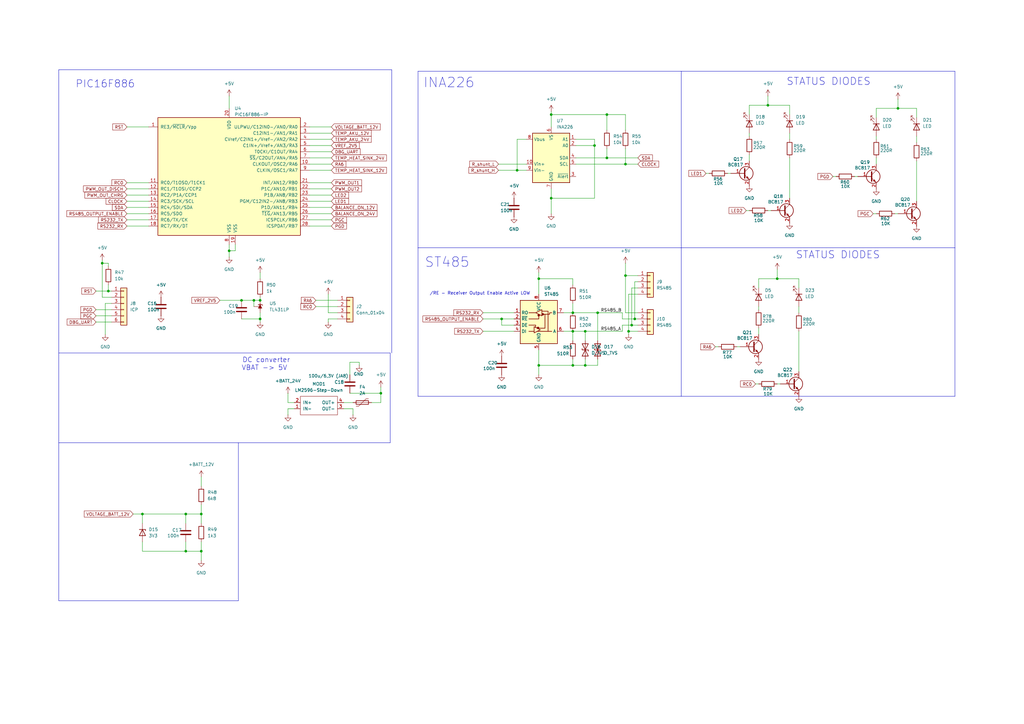
<source format=kicad_sch>
(kicad_sch (version 20231120) (generator "eeschema") (generator_version "8.0")
  (paper "A3")
  (junction (at 93.98 102.87))
  (junction (at 243.84 59.69))
  (junction (at 106.68 123.19))
  (junction (at 44.45 119.38))
  (junction (at 245.11 128.27))
  (junction (at 260.35 130.81))
  (junction (at 234.95 149.86))
  (junction (at 220.98 114.3))
  (junction (at 76.2 210.82))
  (junction (at 156.21 161.29))
  (junction (at 248.92 46.99))
  (junction (at 240.03 135.89))
  (junction (at 82.55 226.06))
  (junction (at 99.06 123.19))
  (junction (at 318.77 114.3))
  (junction (at 104.14 123.19))
  (junction (at 248.92 64.77))
  (junction (at 256.54 113.03))
  (junction (at 259.08 133.35))
  (junction (at 314.96 43.18))
  (junction (at 220.98 149.86))
  (junction (at 226.06 81.28))
  (junction (at 41.91 107.95))
  (junction (at 256.54 67.31))
  (junction (at 76.2 226.06))
  (junction (at 368.3 44.45))
  (junction (at 234.95 135.89))
  (junction (at 58.42 210.82))
  (junction (at 234.95 128.27))
  (junction (at 240.03 149.86))
  (junction (at 226.06 46.99))
  (junction (at 106.68 130.81))
  (junction (at 82.55 210.82))
  (junction (at 257.81 135.89))
  (junction (at 212.09 69.85))
  (junction (at 205.74 130.81))
  (wire (pts (xy 45.72 124.46) (xy 43.18 124.46)))
  (wire (pts (xy 212.09 57.15) (xy 212.09 69.85)))
  (wire (pts (xy 248.92 46.99) (xy 248.92 53.34)))
  (wire (pts (xy 147.32 148.59) (xy 143.51 148.59)))
  (wire (pts (xy 212.09 69.85) (xy 215.9 69.85)))
  (wire (pts (xy 306.07 86.36) (xy 307.34 86.36)))
  (wire (pts (xy 138.43 130.81) (xy 134.62 130.81)))
  (wire (pts (xy 118.11 170.18) (xy 118.11 167.64)))
  (wire (pts (xy 41.91 107.95) (xy 44.45 107.95)))
  (wire (pts (xy 127 64.77) (xy 135.89 64.77)))
  (wire (pts (xy 314.96 43.18) (xy 323.85 43.18)))
  (polyline (pts (xy 160.02 144.78) (xy 160.02 181.61)))
  (wire (pts (xy 226.06 45.72) (xy 226.06 46.99)))
  (wire (pts (xy 127 77.47) (xy 135.89 77.47)))
  (wire (pts (xy 76.2 210.82) (xy 82.55 210.82)))
  (wire (pts (xy 144.78 167.64) (xy 140.97 167.64)))
  (wire (pts (xy 368.3 40.64) (xy 368.3 44.45)))
  (wire (pts (xy 226.06 46.99) (xy 248.92 46.99)))
  (wire (pts (xy 309.88 157.48) (xy 311.15 157.48)))
  (wire (pts (xy 82.55 226.06) (xy 82.55 229.87)))
  (wire (pts (xy 255.27 133.35) (xy 255.27 135.89)))
  (wire (pts (xy 231.14 128.27) (xy 234.95 128.27)))
  (wire (pts (xy 327.66 135.89) (xy 327.66 152.4)))
  (polyline (pts (xy 160.655 28.575) (xy 160.655 144.78)))
  (wire (pts (xy 261.62 115.57) (xy 260.35 115.57)))
  (wire (pts (xy 323.85 64.77) (xy 323.85 81.28)))
  (wire (pts (xy 248.92 64.77) (xy 261.62 64.77)))
  (wire (pts (xy 76.2 210.82) (xy 76.2 214.63)))
  (wire (pts (xy 82.55 207.01) (xy 82.55 210.82)))
  (wire (pts (xy 41.91 107.95) (xy 41.91 121.92)))
  (wire (pts (xy 127 52.07) (xy 135.89 52.07)))
  (wire (pts (xy 198.12 128.27) (xy 210.82 128.27)))
  (wire (pts (xy 261.62 133.35) (xy 259.08 133.35)))
  (wire (pts (xy 257.81 137.16) (xy 257.81 135.89)))
  (wire (pts (xy 307.34 54.61) (xy 307.34 55.88)))
  (wire (pts (xy 76.2 222.25) (xy 76.2 226.06)))
  (wire (pts (xy 52.07 82.55) (xy 60.96 82.55)))
  (wire (pts (xy 204.47 69.85) (xy 212.09 69.85)))
  (polyline (pts (xy 24.13 181.61) (xy 97.79 181.61)))
  (wire (pts (xy 52.07 80.01) (xy 60.96 80.01)))
  (wire (pts (xy 127 54.61) (xy 135.89 54.61)))
  (wire (pts (xy 99.06 123.19) (xy 104.14 123.19)))
  (wire (pts (xy 106.68 121.92) (xy 106.68 123.19)))
  (wire (pts (xy 256.54 128.27) (xy 256.54 113.03)))
  (wire (pts (xy 129.54 125.73) (xy 138.43 125.73)))
  (wire (pts (xy 245.11 147.32) (xy 245.11 149.86)))
  (wire (pts (xy 96.52 102.87) (xy 96.52 100.33)))
  (wire (pts (xy 359.41 64.77) (xy 359.41 67.31)))
  (wire (pts (xy 234.95 135.89) (xy 240.03 135.89)))
  (wire (pts (xy 236.22 64.77) (xy 248.92 64.77)))
  (wire (pts (xy 156.21 165.1) (xy 156.21 161.29)))
  (wire (pts (xy 210.82 133.35) (xy 205.74 133.35)))
  (wire (pts (xy 234.95 124.46) (xy 234.95 128.27)))
  (wire (pts (xy 257.81 120.65) (xy 261.62 120.65)))
  (polyline (pts (xy 97.79 246.38) (xy 97.79 181.61)))
  (wire (pts (xy 76.2 226.06) (xy 58.42 226.06)))
  (polyline (pts (xy 279.4 162.56) (xy 391.668 162.56)))
  (wire (pts (xy 205.74 130.81) (xy 210.82 130.81)))
  (wire (pts (xy 44.45 109.22) (xy 44.45 107.95)))
  (wire (pts (xy 39.37 129.54) (xy 45.72 129.54)))
  (wire (pts (xy 104.14 125.73) (xy 104.14 123.19)))
  (wire (pts (xy 52.07 87.63) (xy 60.96 87.63)))
  (wire (pts (xy 39.37 127) (xy 45.72 127)))
  (wire (pts (xy 255.27 130.81) (xy 255.27 128.27)))
  (polyline (pts (xy 171.45 101.6) (xy 171.45 29.21)))
  (wire (pts (xy 359.41 44.45) (xy 359.41 48.26)))
  (wire (pts (xy 236.22 59.69) (xy 243.84 59.69)))
  (wire (pts (xy 39.37 119.38) (xy 44.45 119.38)))
  (wire (pts (xy 245.11 128.27) (xy 245.11 139.7)))
  (wire (pts (xy 257.81 135.89) (xy 261.62 135.89)))
  (wire (pts (xy 39.37 132.08) (xy 45.72 132.08)))
  (wire (pts (xy 58.42 210.82) (xy 58.42 214.63)))
  (wire (pts (xy 93.98 100.33) (xy 93.98 102.87)))
  (wire (pts (xy 44.45 116.84) (xy 44.45 119.38)))
  (wire (pts (xy 135.89 90.17) (xy 127 90.17)))
  (wire (pts (xy 99.06 130.81) (xy 106.68 130.81)))
  (wire (pts (xy 198.12 135.89) (xy 210.82 135.89)))
  (wire (pts (xy 307.34 43.18) (xy 314.96 43.18)))
  (wire (pts (xy 375.92 66.04) (xy 375.92 82.55)))
  (wire (pts (xy 341.63 72.39) (xy 342.9 72.39)))
  (wire (pts (xy 82.55 210.82) (xy 82.55 214.63)))
  (wire (pts (xy 240.03 149.86) (xy 234.95 149.86)))
  (wire (pts (xy 234.95 116.84) (xy 234.95 114.3)))
  (wire (pts (xy 93.98 102.87) (xy 93.98 105.41)))
  (polyline (pts (xy 391.668 162.56) (xy 391.668 101.6)))
  (wire (pts (xy 45.72 121.92) (xy 41.91 121.92)))
  (wire (pts (xy 257.81 135.89) (xy 257.81 120.65)))
  (wire (pts (xy 90.17 123.19) (xy 99.06 123.19)))
  (wire (pts (xy 127 59.69) (xy 135.89 59.69)))
  (wire (pts (xy 236.22 67.31) (xy 256.54 67.31)))
  (wire (pts (xy 127 74.93) (xy 135.89 74.93)))
  (wire (pts (xy 82.55 222.25) (xy 82.55 226.06)))
  (wire (pts (xy 134.62 120.65) (xy 134.62 128.27)))
  (wire (pts (xy 127 57.15) (xy 135.89 57.15)))
  (wire (pts (xy 234.95 149.86) (xy 220.98 149.86)))
  (wire (pts (xy 118.11 167.64) (xy 120.65 167.64)))
  (wire (pts (xy 104.14 123.19) (xy 106.68 123.19)))
  (wire (pts (xy 93.98 102.87) (xy 96.52 102.87)))
  (wire (pts (xy 41.91 106.68) (xy 41.91 107.95)))
  (wire (pts (xy 215.9 57.15) (xy 212.09 57.15)))
  (polyline (pts (xy 24.13 28.575) (xy 160.655 28.575)))
  (wire (pts (xy 127 80.01) (xy 135.89 80.01)))
  (wire (pts (xy 243.84 57.15) (xy 236.22 57.15)))
  (wire (pts (xy 307.34 43.18) (xy 307.34 46.99)))
  (wire (pts (xy 143.51 161.29) (xy 156.21 161.29)))
  (wire (pts (xy 261.62 118.11) (xy 259.08 118.11)))
  (polyline (pts (xy 171.45 101.6) (xy 279.4 101.6)))
  (wire (pts (xy 256.54 46.99) (xy 256.54 53.34)))
  (wire (pts (xy 245.11 128.27) (xy 255.27 128.27)))
  (wire (pts (xy 93.98 39.37) (xy 93.98 44.45)))
  (wire (pts (xy 234.95 114.3) (xy 220.98 114.3)))
  (wire (pts (xy 143.51 148.59) (xy 143.51 153.67)))
  (wire (pts (xy 256.54 113.03) (xy 256.54 107.95)))
  (wire (pts (xy 127 85.09) (xy 135.89 85.09)))
  (polyline (pts (xy 171.45 162.56) (xy 171.45 101.6)))
  (polyline (pts (xy 279.4 101.6) (xy 391.668 101.6)))
  (wire (pts (xy 82.55 226.06) (xy 76.2 226.06)))
  (wire (pts (xy 127 62.23) (xy 135.89 62.23)))
  (wire (pts (xy 52.07 85.09) (xy 60.96 85.09)))
  (wire (pts (xy 127 82.55) (xy 135.89 82.55)))
  (wire (pts (xy 311.15 125.73) (xy 311.15 127)))
  (wire (pts (xy 58.42 226.06) (xy 58.42 222.25)))
  (wire (pts (xy 368.3 44.45) (xy 375.92 44.45)))
  (wire (pts (xy 318.77 157.48) (xy 320.04 157.48)))
  (wire (pts (xy 359.41 55.88) (xy 359.41 57.15)))
  (wire (pts (xy 220.98 111.76) (xy 220.98 114.3)))
  (wire (pts (xy 327.66 125.73) (xy 327.66 128.27)))
  (wire (pts (xy 44.45 119.38) (xy 45.72 119.38)))
  (wire (pts (xy 314.96 86.36) (xy 316.23 86.36)))
  (wire (pts (xy 138.43 128.27) (xy 134.62 128.27)))
  (wire (pts (xy 54.61 210.82) (xy 58.42 210.82)))
  (polyline (pts (xy 391.668 29.21) (xy 279.4 29.21)))
  (wire (pts (xy 256.54 60.96) (xy 256.54 67.31)))
  (wire (pts (xy 248.92 60.96) (xy 248.92 64.77)))
  (wire (pts (xy 293.37 142.24) (xy 294.64 142.24)))
  (wire (pts (xy 248.92 46.99) (xy 256.54 46.99)))
  (wire (pts (xy 226.06 77.47) (xy 226.06 81.28)))
  (wire (pts (xy 152.4 165.1) (xy 156.21 165.1)))
  (wire (pts (xy 318.77 114.3) (xy 327.66 114.3)))
  (wire (pts (xy 350.52 72.39) (xy 351.79 72.39)))
  (wire (pts (xy 256.54 113.03) (xy 261.62 113.03)))
  (wire (pts (xy 240.03 147.32) (xy 240.03 149.86)))
  (wire (pts (xy 129.54 123.19) (xy 138.43 123.19)))
  (wire (pts (xy 234.95 135.89) (xy 234.95 139.7)))
  (wire (pts (xy 375.92 44.45) (xy 375.92 48.26)))
  (wire (pts (xy 120.65 165.1) (xy 118.11 165.1)))
  (wire (pts (xy 204.47 67.31) (xy 215.9 67.31)))
  (wire (pts (xy 259.08 118.11) (xy 259.08 133.35)))
  (wire (pts (xy 226.06 81.28) (xy 226.06 87.63)))
  (wire (pts (xy 323.85 43.18) (xy 323.85 46.99)))
  (wire (pts (xy 52.07 90.17) (xy 60.96 90.17)))
  (wire (pts (xy 118.11 165.1) (xy 118.11 161.29)))
  (wire (pts (xy 147.32 148.59) (xy 147.32 149.86)))
  (wire (pts (xy 358.14 87.63) (xy 359.41 87.63)))
  (wire (pts (xy 226.06 46.99) (xy 226.06 52.07)))
  (polyline (pts (xy 24.13 246.38) (xy 97.79 246.38)))
  (polyline (pts (xy 24.13 181.61) (xy 24.13 28.575)))
  (wire (pts (xy 60.96 52.07) (xy 52.07 52.07)))
  (wire (pts (xy 220.98 114.3) (xy 220.98 120.65)))
  (polyline (pts (xy 171.45 29.21) (xy 279.4 29.21)))
  (wire (pts (xy 240.03 135.89) (xy 255.27 135.89)))
  (wire (pts (xy 375.92 55.88) (xy 375.92 58.42)))
  (wire (pts (xy 311.15 114.3) (xy 318.77 114.3)))
  (wire (pts (xy 58.42 210.82) (xy 76.2 210.82)))
  (wire (pts (xy 307.34 63.5) (xy 307.34 66.04)))
  (wire (pts (xy 205.74 133.35) (xy 205.74 130.81)))
  (wire (pts (xy 106.68 128.27) (xy 106.68 130.81)))
  (wire (pts (xy 226.06 81.28) (xy 243.84 81.28)))
  (wire (pts (xy 311.15 134.62) (xy 311.15 137.16)))
  (polyline (pts (xy 279.4 162.56) (xy 279.4 29.21)))
  (wire (pts (xy 156.21 161.29) (xy 156.21 158.75)))
  (wire (pts (xy 106.68 111.76) (xy 106.68 114.3)))
  (wire (pts (xy 231.14 135.89) (xy 234.95 135.89)))
  (wire (pts (xy 289.56 71.12) (xy 290.83 71.12)))
  (wire (pts (xy 311.15 114.3) (xy 311.15 118.11)))
  (wire (pts (xy 256.54 67.31) (xy 261.62 67.31)))
  (wire (pts (xy 144.78 167.64) (xy 144.78 170.18)))
  (wire (pts (xy 43.18 124.46) (xy 43.18 137.16)))
  (wire (pts (xy 245.11 149.86) (xy 240.03 149.86)))
  (wire (pts (xy 261.62 130.81) (xy 260.35 130.81)))
  (wire (pts (xy 260.35 115.57) (xy 260.35 130.81)))
  (wire (pts (xy 327.66 114.3) (xy 327.66 118.11)))
  (wire (pts (xy 127 67.31) (xy 135.89 67.31)))
  (polyline (pts (xy 391.668 101.6) (xy 391.668 29.21)))
  (polyline (pts (xy 24.13 181.61) (xy 24.13 246.38)))
  (wire (pts (xy 314.96 39.37) (xy 314.96 43.18)))
  (polyline (pts (xy 160.02 181.61) (xy 97.79 181.61)))
  (wire (pts (xy 243.84 81.28) (xy 243.84 59.69)))
  (wire (pts (xy 243.84 59.69) (xy 243.84 57.15)))
  (wire (pts (xy 106.68 130.81) (xy 106.68 132.08)))
  (wire (pts (xy 127 69.85) (xy 135.89 69.85)))
  (wire (pts (xy 134.62 130.81) (xy 134.62 132.08)))
  (wire (pts (xy 234.95 128.27) (xy 245.11 128.27)))
  (wire (pts (xy 259.08 133.35) (xy 255.27 133.35)))
  (polyline (pts (xy 24.13 144.78) (xy 160.02 144.78)))
  (wire (pts (xy 260.35 130.81) (xy 255.27 130.81)))
  (wire (pts (xy 302.26 142.24) (xy 303.53 142.24)))
  (wire (pts (xy 82.55 195.58) (xy 82.55 199.39)))
  (wire (pts (xy 135.89 92.71) (xy 127 92.71)))
  (wire (pts (xy 318.77 110.49) (xy 318.77 114.3)))
  (wire (pts (xy 220.98 143.51) (xy 220.98 149.86)))
  (wire (pts (xy 261.62 128.27) (xy 256.54 128.27)))
  (wire (pts (xy 367.03 87.63) (xy 368.3 87.63)))
  (wire (pts (xy 127 87.63) (xy 135.89 87.63)))
  (wire (pts (xy 52.07 74.93) (xy 60.96 74.93)))
  (wire (pts (xy 220.98 149.86) (xy 220.98 153.67)))
  (polyline (pts (xy 171.45 162.56) (xy 279.4 162.56)))
  (wire (pts (xy 140.97 165.1) (xy 144.78 165.1)))
  (wire (pts (xy 368.3 44.45) (xy 359.41 44.45)))
  (wire (pts (xy 198.12 130.81) (xy 205.74 130.81)))
  (wire (pts (xy 52.07 77.47) (xy 60.96 77.47)))
  (wire (pts (xy 323.85 54.61) (xy 323.85 57.15)))
  (wire (pts (xy 234.95 147.32) (xy 234.95 149.86)))
  (wire (pts (xy 298.45 71.12) (xy 299.72 71.12)))
  (wire (pts (xy 240.03 135.89) (xy 240.03 139.7)))
  (wire (pts (xy 52.07 92.71) (xy 60.96 92.71)))
  (text "INA226\n" (at 184.15 34.036 0) (effects (font (size 4 4))))
  (text "PIC16F886" (at 43.18 34.544 0) (effects (font (size 3 3))))
  (text "STATUS DIODES" (at 343.662 104.648 0) (effects (font (size 3 3))))
  (text "ST485" (at 183.388 107.696 0) (effects (font (size 4 4))))
  (text "DC converter\nVBAT -> 5V " (at 109.22 149.352 0) (effects (font (size 2 2))))
  (text "/RE - Receiver Output Enable Active LOW" (at 196.85 120.396 0) (effects (font (size 1.27 1.27))))
  (text "STATUS DIODES" (at 339.852 33.528 0) (effects (font (size 3 3))))
  (label "RS485_A" (at 246.38 135.89 0))
  (label "RS485_B" (at 246.38 128.27 0))
  (global_label "PGD" (shape input) (at 135.89 92.71 0) (property "Intersheetrefs" "${INTERSHEET_REFS}" (effects (hide yes))))
  (global_label "LED2" (shape input) (at 135.89 80.01 0) (property "Intersheetrefs" "${INTERSHEET_REFS}" (effects (hide yes))))
  (global_label "R_shunt_L" (shape input) (at 204.47 67.31 180) (property "Intersheetrefs" "${INTERSHEET_REFS}" (effects (hide yes))))
  (global_label "VOLTAGE_BATT_12V" (shape input) (at 54.61 210.82 180) (property "Intersheetrefs" "${INTERSHEET_REFS}" (effects (hide yes))))
  (global_label "TEMP_AKU_12V" (shape input) (at 135.89 54.61 0) (property "Intersheetrefs" "${INTERSHEET_REFS}" (effects (hide yes))))
  (global_label "PWM_OUT1" (shape input) (at 135.89 74.93 0) (property "Intersheetrefs" "${INTERSHEET_REFS}" (effects (hide yes))))
  (global_label "RST" (shape input) (at 52.07 52.07 180) (property "Intersheetrefs" "${INTERSHEET_REFS}" (effects (hide yes))))
  (global_label "RS232_RX" (shape input) (at 198.12 128.27 180) (property "Intersheetrefs" "${INTERSHEET_REFS}" (effects (hide yes))))
  (global_label "LED1" (shape input) (at 135.89 82.55 0) (property "Intersheetrefs" "${INTERSHEET_REFS}" (effects (hide yes))))
  (global_label "PGD" (shape input) (at 341.63 72.39 180) (property "Intersheetrefs" "${INTERSHEET_REFS}" (effects (hide yes))))
  (global_label "RA6" (shape input) (at 293.37 142.24 180) (property "Intersheetrefs" "${INTERSHEET_REFS}" (effects (hide yes))))
  (global_label "RST" (shape input) (at 39.37 119.38 180) (property "Intersheetrefs" "${INTERSHEET_REFS}" (effects (hide yes))))
  (global_label "TEMP_AKU_24V" (shape input) (at 135.89 57.15 0) (property "Intersheetrefs" "${INTERSHEET_REFS}" (effects (hide yes))))
  (global_label "SDA" (shape input) (at 261.62 64.77 0) (property "Intersheetrefs" "${INTERSHEET_REFS}" (effects (hide yes))))
  (global_label "PWM_OUT_CHRG" (shape input) (at 52.07 80.01 180) (property "Intersheetrefs" "${INTERSHEET_REFS}" (effects (hide yes))))
  (global_label "SDA" (shape input) (at 52.07 85.09 180) (property "Intersheetrefs" "${INTERSHEET_REFS}" (effects (hide yes))))
  (global_label "R_shunt_H" (shape input) (at 204.47 69.85 180) (property "Intersheetrefs" "${INTERSHEET_REFS}" (effects (hide yes))))
  (global_label "VOLTAGE_BATT_12V" (shape input) (at 135.89 52.07 0) (property "Intersheetrefs" "${INTERSHEET_REFS}" (effects (hide yes))))
  (global_label "BALANCE_ON_12V" (shape input) (at 135.89 85.09 0) (property "Intersheetrefs" "${INTERSHEET_REFS}" (effects (hide yes))))
  (global_label "VREF_2V5" (shape input) (at 90.17 123.19 180) (property "Intersheetrefs" "${INTERSHEET_REFS}" (effects (hide yes))))
  (global_label "CLOCK" (shape input) (at 261.62 67.31 0) (property "Intersheetrefs" "${INTERSHEET_REFS}" (effects (hide yes))))
  (global_label "RS485_OUTPUT_ENABLE" (shape input) (at 198.12 130.81 180) (property "Intersheetrefs" "${INTERSHEET_REFS}" (effects (hide yes))))
  (global_label "RC0" (shape input) (at 52.07 74.93 180) (property "Intersheetrefs" "${INTERSHEET_REFS}" (effects (hide yes))))
  (global_label "RA6" (shape input) (at 129.54 123.19 180) (property "Intersheetrefs" "${INTERSHEET_REFS}" (effects (hide yes))))
  (global_label "RS232_TX" (shape input) (at 198.12 135.89 180) (property "Intersheetrefs" "${INTERSHEET_REFS}" (effects (hide yes))))
  (global_label "PGC" (shape input) (at 358.14 87.63 180) (property "Intersheetrefs" "${INTERSHEET_REFS}" (effects (hide yes))))
  (global_label "DBG_UART" (shape input) (at 135.89 62.23 0) (property "Intersheetrefs" "${INTERSHEET_REFS}" (effects (hide yes))))
  (global_label "TEMP_HEAT_SINK_12V" (shape input) (at 135.89 69.85 0) (property "Intersheetrefs" "${INTERSHEET_REFS}" (effects (hide yes))))
  (global_label "PWM_OUT_DISCH" (shape input) (at 52.07 77.47 180) (property "Intersheetrefs" "${INTERSHEET_REFS}" (effects (hide yes))))
  (global_label "LED1" (shape input) (at 289.56 71.12 180) (property "Intersheetrefs" "${INTERSHEET_REFS}" (effects (hide yes))))
  (global_label "PGC" (shape input) (at 39.37 129.54 180) (property "Intersheetrefs" "${INTERSHEET_REFS}" (effects (hide yes))))
  (global_label "LED2" (shape input) (at 306.07 86.36 180) (property "Intersheetrefs" "${INTERSHEET_REFS}" (effects (hide yes))))
  (global_label "RC0" (shape input) (at 129.54 125.73 180) (property "Intersheetrefs" "${INTERSHEET_REFS}" (effects (hide yes))))
  (global_label "CLOCK" (shape input) (at 52.07 82.55 180) (property "Intersheetrefs" "${INTERSHEET_REFS}" (effects (hide yes))))
  (global_label "PGC" (shape input) (at 135.89 90.17 0) (property "Intersheetrefs" "${INTERSHEET_REFS}" (effects (hide yes))))
  (global_label "RS232_RX" (shape input) (at 52.07 92.71 180) (property "Intersheetrefs" "${INTERSHEET_REFS}" (effects (hide yes))))
  (global_label "BALANCE_ON_24V" (shape input) (at 135.89 87.63 0) (property "Intersheetrefs" "${INTERSHEET_REFS}" (effects (hide yes))))
  (global_label "RS232_TX" (shape input) (at 52.07 90.17 180) (property "Intersheetrefs" "${INTERSHEET_REFS}" (effects (hide yes))))
  (global_label "PGD" (shape input) (at 39.37 127 180) (property "Intersheetrefs" "${INTERSHEET_REFS}" (effects (hide yes))))
  (global_label "RC0" (shape input) (at 309.88 157.48 180) (property "Intersheetrefs" "${INTERSHEET_REFS}" (effects (hide yes))))
  (global_label "DBG_UART" (shape input) (at 39.37 132.08 180) (property "Intersheetrefs" "${INTERSHEET_REFS}" (effects (hide yes))))
  (global_label "PWM_OUT2" (shape input) (at 135.89 77.47 0) (property "Intersheetrefs" "${INTERSHEET_REFS}" (effects (hide yes))))
  (global_label "TEMP_HEAT_SINK_24V" (shape input) (at 135.89 64.77 0) (property "Intersheetrefs" "${INTERSHEET_REFS}" (effects (hide yes))))
  (global_label "RA6" (shape input) (at 135.89 67.31 0) (property "Intersheetrefs" "${INTERSHEET_REFS}" (effects (hide yes))))
  (global_label "VREF_2V5" (shape input) (at 135.89 59.69 0) (property "Intersheetrefs" "${INTERSHEET_REFS}" (effects (hide yes))))
  (global_label "RS485_OUTPUT_ENABLE" (shape input) (at 52.07 87.63 180) (property "Intersheetrefs" "${INTERSHEET_REFS}" (effects (hide yes))))
  (symbol (lib_id "power:GND") (at 66.04 129.54 0) (unit 1)
    (property "Reference" "#PWR056" (effects (hide yes)))
    (property "Value" "GND" (at 66.04 134.62 0))
    (property "Description" "Power symbol creates a global label with name \"GND\" , ground" (effects (hide yes)))
  )
  (symbol (lib_id "Device:C") (at 143.51 157.48 0) (unit 1)
    (property "Reference" "C18" (at 137.16 156.718 0) (effects (justify left)))
    (property "Value" "100u/6,3V (JA8)" (at 126.492 154.178 0) (effects (justify left)))
    (property "Footprint" "Capacitor_Tantalum_SMD:CP_EIA-3528-21_Kemet-B" (effects (hide yes)))
    (property "Description" "VISHAY TMCU SMD CODE JA8" (effects (hide yes)))
  )
  (symbol (lib_id "Device:R") (at 248.92 57.15 0) (unit 1)
    (property "Reference" "R54" (at 251.46 55.8799 0) (effects (justify left)))
    (property "Value" "10k" (at 251.46 58.4199 0) (effects (justify left)))
    (property "Footprint" "Resistor_SMD:R_0805_2012Metric_Pad1.20x1.40mm_HandSolder" (effects (hide yes)))
    (property "Description" "Resistor" (effects (hide yes)))
  )
  (symbol (lib_id "Device:R") (at 82.55 203.2 0) (unit 1)
    (property "Reference" "R48" (at 85.09 201.9299 0) (effects (justify left)))
    (property "Value" "6k8" (at 85.09 204.4699 0) (effects (justify left)))
    (property "Footprint" "Resistor_SMD:R_0805_2012Metric_Pad1.20x1.40mm_HandSolder" (effects (hide yes)))
    (property "Description" "Resistor" (effects (hide yes)))
  )
  (symbol (lib_id "power:+5V") (at 368.3 40.64 0) (unit 1)
    (property "Reference" "#PWR086" (effects (hide yes)))
    (property "Value" "+5V" (at 368.3 35.56 0))
    (property "Description" "Power symbol creates a global label with name \"+5V\"" (effects (hide yes)))
  )
  (symbol (lib_id "power:GND") (at 43.18 137.16 0) (unit 1)
    (property "Reference" "#PWR054" (effects (hide yes)))
    (property "Value" "GND" (at 43.18 142.24 0))
    (property "Description" "Power symbol creates a global label with name \"GND\" , ground" (effects (hide yes)))
  )
  (symbol (lib_id "Device:R") (at 327.66 132.08 180) (unit 1)
    (property "Reference" "R80" (at 329.184 131.064 0) (effects (justify right)))
    (property "Value" "220R" (at 329.184 132.842 0) (effects (justify right)))
    (property "Footprint" "Resistor_SMD:R_0805_2012Metric_Pad1.20x1.40mm_HandSolder" (effects (hide yes)))
    (property "Description" "Resistor" (effects (hide yes)))
  )
  (symbol (lib_id "Device:R") (at 256.54 57.15 0) (unit 1)
    (property "Reference" "R55" (at 259.08 55.8799 0) (effects (justify left)))
    (property "Value" "10k" (at 259.08 58.4199 0) (effects (justify left)))
    (property "Footprint" "Resistor_SMD:R_0805_2012Metric_Pad1.20x1.40mm_HandSolder" (effects (hide yes)))
    (property "Description" "Resistor" (effects (hide yes)))
  )
  (symbol (lib_id "power:+5V") (at 41.91 106.68 0) (unit 1)
    (property "Reference" "#PWR053" (effects (hide yes)))
    (property "Value" "+5V" (at 41.91 101.6 0))
    (property "Description" "Power symbol creates a global label with name \"+5V\"" (effects (hide yes)))
  )
  (symbol (lib_id "Interface_UART:ST485EBDR") (at 220.98 130.81 0) (unit 1)
    (property "Reference" "U6" (at 223.1741 118.11 0) (effects (justify left)))
    (property "Value" "ST485" (at 223.1741 120.65 0) (effects (justify left)))
    (property "Footprint" "Package_SO:SOIC-8_3.9x4.9mm_P1.27mm" (effects (hide yes)))
    (property "Datasheet" "http://www.st.com/resource/en/datasheet/st485eb.pdf" (effects (hide yes)))
    (property "Description" "Half duplex RS-485/RS-422, 5 Mbps, ±15kV electro-static discharge (ESD) protection, no slew-rate, with low-power shutdown, with receiver/driver enable, 256 transceiver on the bus - 40 to 85 °C, SOIC-8" (effects (hide yes)))
  )
  (symbol (lib_id "power:GND") (at 93.98 105.41 0) (unit 1)
    (property "Reference" "#PWR062" (effects (hide yes)))
    (property "Value" "GND" (at 93.98 110.49 0))
    (property "Description" "Power symbol creates a global label with name \"GND\" , ground" (effects (hide yes)))
  )
  (symbol (lib_id "Device:LED") (at 359.41 52.07 270) (unit 1)
    (property "Reference" "D20" (at 361.95 49.2124 90) (effects (justify left)))
    (property "Value" "LED" (at 361.95 51.7524 90) (effects (justify left)))
    (property "Footprint" "LED_THT:LED_D5.0mm" (effects (hide yes)))
    (property "Description" "Light emitting diode" (effects (hide yes)))
  )
  (symbol (lib_id "Device:C") (at 66.04 125.73 0) (unit 1)
    (property "Reference" "C16" (at 60.452 124.46 0) (effects (justify left)))
    (property "Value" "100n" (at 60.452 127 0) (effects (justify left)))
    (property "Footprint" "Capacitor_SMD:C_0805_2012Metric_Pad1.18x1.45mm_HandSolder" (effects (hide yes)))
    (property "Description" "Unpolarized capacitor" (effects (hide yes)))
  )
  (symbol (lib_id "power:GND") (at 106.68 132.08 0) (unit 1)
    (property "Reference" "#PWR064" (effects (hide yes)))
    (property "Value" "GND" (at 106.68 137.16 0))
    (property "Description" "Power symbol creates a global label with name \"GND\" , ground" (effects (hide yes)))
  )
  (symbol (lib_id "power:GND") (at 210.82 88.9 0) (unit 1)
    (property "Reference" "#PWR075" (effects (hide yes)))
    (property "Value" "GND" (at 210.82 93.98 0))
    (property "Description" "Power symbol creates a global label with name \"GND\" , ground" (effects (hide yes)))
  )
  (symbol (lib_id "Device:R") (at 375.92 62.23 180) (unit 1)
    (property "Reference" "R63" (at 377.444 61.214 0) (effects (justify right)))
    (property "Value" "220R" (at 377.444 62.992 0) (effects (justify right)))
    (property "Footprint" "Resistor_SMD:R_0805_2012Metric_Pad1.20x1.40mm_HandSolder" (effects (hide yes)))
    (property "Description" "Resistor" (effects (hide yes)))
  )
  (symbol (lib_id "Connector_Generic:Conn_01x04") (at 143.51 125.73 0) (unit 1)
    (property "Reference" "J2" (at 146.05 125.7299 0) (effects (justify left)))
    (property "Value" "Conn_01x04" (at 146.05 128.2699 0) (effects (justify left)))
    (property "Footprint" "Connector_PinHeader_2.54mm:PinHeader_1x04_P2.54mm_Vertical" (effects (hide yes)))
    (property "Description" "Generic connector, single row, 01x04, script generated (kicad-library-utils/schlib/autogen/connector/)" (effects (hide yes)))
  )
  (symbol (lib_id "power:+5V") (at 156.21 158.75 0) (unit 1)
    (property "Reference" "#PWR070" (effects (hide yes)))
    (property "Value" "+5V" (at 156.21 153.67 0))
    (property "Description" "Power symbol creates a global label with name \"+5V\"" (effects (hide yes)))
  )
  (symbol (lib_id "Device:R") (at 298.45 142.24 270) (unit 1)
    (property "Reference" "R77" (at 300.228 144.526 90) (effects (justify right)))
    (property "Value" "10K" (at 300.482 146.304 90) (effects (justify right)))
    (property "Footprint" "Resistor_SMD:R_0805_2012Metric_Pad1.20x1.40mm_HandSolder" (effects (hide yes)))
    (property "Description" "Resistor" (effects (hide yes)))
  )
  (symbol (lib_id "Device:LED") (at 327.66 121.92 270) (unit 1)
    (property "Reference" "D23" (at 330.2 119.0624 90) (effects (justify left)))
    (property "Value" "LED" (at 330.2 121.6024 90) (effects (justify left)))
    (property "Footprint" "LED_SMD:LED_PLCC-2_3.4x3.0mm_KA" (effects (hide yes)))
    (property "Description" "Light emitting diode" (effects (hide yes)))
  )
  (symbol (lib_id "Transistor_BJT:BC817") (at 308.61 142.24 0) (unit 1)
    (property "Reference" "Q21" (at 304.546 136.398 0) (effects (justify left)))
    (property "Value" "BC817" (at 302.26 138.684 0) (effects (justify left)))
    (property "Footprint" "Package_TO_SOT_SMD:SOT-23" (effects (hide yes)))
    (property "Datasheet" "http://www.fairchildsemi.com/ds/BC/BC817.pdf" (effects (hide yes)))
  )
  (symbol (lib_id "Device:R") (at 82.55 218.44 0) (unit 1)
    (property "Reference" "R49" (at 85.09 217.1699 0) (effects (justify left)))
    (property "Value" "1k3" (at 85.09 219.7099 0) (effects (justify left)))
    (property "Footprint" "Resistor_SMD:R_0805_2012Metric_Pad1.20x1.40mm_HandSolder" (effects (hide yes)))
    (property "Description" "Resistor" (effects (hide yes)))
  )
  (symbol (lib_id "power:GND") (at 144.78 170.18 0) (unit 1)
    (property "Reference" "#PWR069" (effects (hide yes)))
    (property "Value" "GND" (at 144.78 175.26 0))
    (property "Description" "Power symbol creates a global label with name \"GND\" , ground" (effects (hide yes)))
  )
  (symbol (lib_id "Device:LED") (at 307.34 50.8 270) (unit 1)
    (property "Reference" "D18" (at 309.88 47.9424 90) (effects (justify left)))
    (property "Value" "LED" (at 309.88 50.4824 90) (effects (justify left)))
    (property "Footprint" "LED_THT:LED_D5.0mm" (effects (hide yes)))
    (property "Description" "Light emitting diode" (effects (hide yes)))
  )
  (symbol (lib_id "Device:R") (at 106.68 118.11 0) (unit 1)
    (property "Reference" "R50" (at 109.22 116.8399 0) (effects (justify left)))
    (property "Value" "1k" (at 109.22 119.3799 0) (effects (justify left)))
    (property "Footprint" "Resistor_SMD:R_0805_2012Metric_Pad1.20x1.40mm_HandSolder" (effects (hide yes)))
    (property "Description" "Resistor" (effects (hide yes)))
  )
  (symbol (lib_id "power:GND") (at 226.06 87.63 0) (unit 1)
    (property "Reference" "#PWR079" (effects (hide yes)))
    (property "Value" "GND" (at 226.06 92.71 0))
    (property "Description" "Power symbol creates a global label with name \"GND\" , ground" (effects (hide yes)))
  )
  (symbol (lib_id "Device:R") (at 307.34 59.69 180) (unit 1)
    (property "Reference" "R57" (at 308.864 58.674 0) (effects (justify right)))
    (property "Value" "220R" (at 308.864 60.452 0) (effects (justify right)))
    (property "Footprint" "Resistor_SMD:R_0805_2012Metric_Pad1.20x1.40mm_HandSolder" (effects (hide yes)))
    (property "Description" "Resistor" (effects (hide yes)))
  )
  (symbol (lib_id "Device:R") (at 311.15 86.36 270) (unit 1)
    (property "Reference" "R58" (at 312.928 88.392 90) (effects (justify right)))
    (property "Value" "10K" (at 313.182 90.424 90) (effects (justify right)))
    (property "Footprint" "Resistor_SMD:R_0805_2012Metric_Pad1.20x1.40mm_HandSolder" (effects (hide yes)))
    (property "Description" "Resistor" (effects (hide yes)))
  )
  (symbol (lib_id "Device:R") (at 314.96 157.48 270) (unit 1)
    (property "Reference" "R79" (at 316.738 159.512 90) (effects (justify right)))
    (property "Value" "10K" (at 316.992 161.544 90) (effects (justify right)))
    (property "Footprint" "Resistor_SMD:R_0805_2012Metric_Pad1.20x1.40mm_HandSolder" (effects (hide yes)))
    (property "Description" "Resistor" (effects (hide yes)))
  )
  (symbol (lib_id "Transistor_BJT:BC817") (at 325.12 157.48 0) (unit 1)
    (property "Reference" "Q22" (at 321.056 151.638 0) (effects (justify left)))
    (property "Value" "BC817" (at 318.77 153.924 0) (effects (justify left)))
    (property "Footprint" "Package_TO_SOT_SMD:SOT-23" (effects (hide yes)))
    (property "Datasheet" "http://www.fairchildsemi.com/ds/BC/BC817.pdf" (effects (hide yes)))
  )
  (symbol (lib_id "Device:R") (at 234.95 143.51 0) (unit 1)
    (property "Reference" "R53" (at 230.886 142.494 0) (effects (justify left)))
    (property "Value" "510R" (at 228.346 145.034 0) (effects (justify left)))
    (property "Footprint" "Resistor_SMD:R_0805_2012Metric_Pad1.20x1.40mm_HandSolder" (effects (hide yes)))
    (property "Description" "Resistor" (effects (hide yes)))
  )
  (symbol (lib_id "Device:R") (at 234.95 132.08 0) (unit 1)
    (property "Reference" "R52" (at 237.49 130.8099 0) (effects (justify left)))
    (property "Value" "120R" (at 237.49 133.3499 0) (effects (justify left)))
    (property "Footprint" "Resistor_SMD:R_0805_2012Metric_Pad1.20x1.40mm_HandSolder" (effects (hide yes)))
    (property "Description" "Resistor" (effects (hide yes)))
  )
  (symbol (lib_id "power:GND") (at 205.74 153.67 0) (unit 1)
    (property "Reference" "#PWR073" (effects (hide yes)))
    (property "Value" "GND" (at 205.74 158.75 0))
    (property "Description" "Power symbol creates a global label with name \"GND\" , ground" (effects (hide yes)))
  )
  (symbol (lib_id "Device:R") (at 44.45 113.03 0) (unit 1)
    (property "Reference" "R47" (at 46.99 111.7599 0) (effects (justify left)))
    (property "Value" "10k" (at 46.99 114.2999 0) (effects (justify left)))
    (property "Footprint" "Resistor_SMD:R_0805_2012Metric_Pad1.20x1.40mm_HandSolder" (effects (hide yes)))
    (property "Description" "Resistor" (effects (hide yes)))
  )
  (symbol (lib_id "Device:R") (at 311.15 130.81 180) (unit 1)
    (property "Reference" "R78" (at 312.674 129.794 0) (effects (justify right)))
    (property "Value" "220R" (at 312.674 131.572 0) (effects (justify right)))
    (property "Footprint" "Resistor_SMD:R_0805_2012Metric_Pad1.20x1.40mm_HandSolder" (effects (hide yes)))
    (property "Description" "Resistor" (effects (hide yes)))
  )
  (symbol (lib_id "Device:LED") (at 375.92 52.07 270) (unit 1)
    (property "Reference" "D21" (at 378.46 49.2124 90) (effects (justify left)))
    (property "Value" "LED" (at 378.46 51.7524 90) (effects (justify left)))
    (property "Footprint" "LED_THT:LED_D5.0mm" (effects (hide yes)))
    (property "Description" "Light emitting diode" (effects (hide yes)))
  )
  (symbol (lib_id "Transistor_BJT:BC817") (at 356.87 72.39 0) (unit 1)
    (property "Reference" "Q19" (at 352.806 66.548 0) (effects (justify left)))
    (property "Value" "BC817" (at 350.52 68.834 0) (effects (justify left)))
    (property "Footprint" "Package_TO_SOT_SMD:SOT-23" (effects (hide yes)))
    (property "Datasheet" "http://www.fairchildsemi.com/ds/BC/BC817.pdf" (effects (hide yes)))
  )
  (symbol (lib_id "Device:D_TVS") (at 245.11 143.51 90) (unit 1)
    (property "Reference" "D17" (at 247.65 142.2399 90) (effects (justify right)))
    (property "Value" "D_TVS" (at 247.65 144.7799 90) (effects (justify right)))
    (property "Footprint" "Diode_SMD:D_SMA" (effects (hide yes)))
    (property "Description" "Bidirectional transient-voltage-suppression diode" (effects (hide yes)))
  )
  (symbol (lib_id "Device:R") (at 363.22 87.63 270) (unit 1)
    (property "Reference" "R62" (at 364.998 89.662 90) (effects (justify right)))
    (property "Value" "10K" (at 365.252 91.694 90) (effects (justify right)))
    (property "Footprint" "Resistor_SMD:R_0805_2012Metric_Pad1.20x1.40mm_HandSolder" (effects (hide yes)))
    (property "Description" "Resistor" (effects (hide yes)))
  )
  (symbol (lib_id "power:+5V") (at 314.96 39.37 0) (unit 1)
    (property "Reference" "#PWR083" (effects (hide yes)))
    (property "Value" "+5V" (at 314.96 34.29 0))
    (property "Description" "Power symbol creates a global label with name \"+5V\"" (effects (hide yes)))
  )
  (symbol (lib_id "Device:Polyfuse") (at 148.59 165.1 90) (unit 1)
    (property "Reference" "F4" (at 148.59 158.75 90))
    (property "Value" "2A" (at 148.59 161.29 90))
    (property "Footprint" "Fuse:Fuse_2512_6332Metric_Pad1.52x3.35mm_HandSolder" (effects (hide yes)))
    (property "Description" "Resettable fuse, polymeric positive temperature coefficient" (effects (hide yes)))
  )
  (symbol (lib_id "power:GND") (at 307.34 76.2 0) (unit 1)
    (property "Reference" "#PWR082" (effects (hide yes)))
    (property "Value" "GND" (at 307.34 81.28 0))
    (property "Description" "Power symbol creates a global label with name \"GND\" , ground" (effects (hide yes)))
  )
  (symbol (lib_id "Device:R") (at 323.85 60.96 180) (unit 1)
    (property "Reference" "R59" (at 325.374 59.944 0) (effects (justify right)))
    (property "Value" "220R" (at 325.374 61.722 0) (effects (justify right)))
    (property "Footprint" "Resistor_SMD:R_0805_2012Metric_Pad1.20x1.40mm_HandSolder" (effects (hide yes)))
    (property "Description" "Resistor" (effects (hide yes)))
  )
  (symbol (lib_id "power:+5V") (at 205.74 146.05 0) (unit 1)
    (property "Reference" "#PWR072" (effects (hide yes)))
    (property "Value" "+5V" (at 205.74 140.97 0))
    (property "Description" "Power symbol creates a global label with name \"+5V\"" (effects (hide yes)))
  )
  (symbol (lib_id "Transistor_BJT:BC817") (at 373.38 87.63 0) (unit 1)
    (property "Reference" "Q20" (at 369.316 81.788 0) (effects (justify left)))
    (property "Value" "BC817" (at 367.03 84.074 0) (effects (justify left)))
    (property "Footprint" "Package_TO_SOT_SMD:SOT-23" (effects (hide yes)))
    (property "Datasheet" "http://www.fairchildsemi.com/ds/BC/BC817.pdf" (effects (hide yes)))
  )
  (symbol (lib_id "power:+5V") (at 220.98 111.76 0) (unit 1)
    (property "Reference" "#PWR076" (effects (hide yes)))
    (property "Value" "+5V" (at 220.98 106.68 0))
    (property "Description" "Power symbol creates a global label with name \"+5V\"" (effects (hide yes)))
  )
  (symbol (lib_id "power:+5V") (at 134.62 120.65 0) (unit 1)
    (property "Reference" "#PWR067" (effects (hide yes)))
    (property "Value" "+5V" (at 134.62 115.57 0))
    (property "Description" "Power symbol creates a global label with name \"+5V\"" (effects (hide yes)))
  )
  (symbol (lib_id "Device:LED") (at 311.15 121.92 270) (unit 1)
    (property "Reference" "D5" (at 313.69 119.0624 90) (effects (justify left)))
    (property "Value" "LED" (at 313.69 121.6024 90) (effects (justify left)))
    (property "Footprint" "LED_SMD:LED_PLCC-2_3.4x3.0mm_KA" (effects (hide yes)))
    (property "Description" "Light emitting diode" (effects (hide yes)))
  )
  (symbol (lib_id "power:GND") (at 82.55 229.87 0) (unit 1)
    (property "Reference" "#PWR058" (effects (hide yes)))
    (property "Value" "GND" (at 82.55 234.95 0))
    (property "Description" "Power symbol creates a global label with name \"GND\" , ground" (effects (hide yes)))
  )
  (symbol (lib_id "Device:C") (at 76.2 218.44 0) (unit 1)
    (property "Reference" "C17" (at 70.612 217.424 0) (effects (justify left)))
    (property "Value" "100n" (at 68.58 219.71 0) (effects (justify left)))
    (property "Footprint" "Capacitor_SMD:C_0805_2012Metric_Pad1.18x1.45mm_HandSolder" (effects (hide yes)))
    (property "Description" "Unpolarized capacitor" (effects (hide yes)))
  )
  (symbol (lib_id "power:GND") (at 257.81 137.16 0) (unit 1)
    (property "Reference" "#PWR081" (effects (hide yes)))
    (property "Value" "GND" (at 257.81 142.24 0))
    (property "Description" "Power symbol creates a global label with name \"GND\" , ground" (effects (hide yes)))
  )
  (symbol (lib_id "Reference_Voltage:TL431LP") (at 106.68 125.73 90) (unit 1)
    (property "Reference" "U5" (at 110.49 124.4599 90) (effects (justify right)))
    (property "Value" "TL431LP" (at 110.49 126.9999 90) (effects (justify right)))
    (property "Footprint" "My-Footprints:TO-92_Inline_Wide" (effects (hide yes)))
    (property "Datasheet" "http://www.ti.com/lit/ds/symlink/tl431.pdf" (effects (hide yes)))
    (property "Description" "Shunt Regulator, TO-92" (effects (hide yes)))
  )
  (symbol (lib_id "Device:D_Zener") (at 58.42 218.44 270) (unit 1)
    (property "Reference" "D15" (at 60.96 217.1699 90) (effects (justify left)))
    (property "Value" "3V3" (at 60.96 219.7099 90) (effects (justify left)))
    (property "Footprint" "Diode_SMD:D_MiniMELF" (effects (hide yes)))
    (property "Description" "Zener diode" (effects (hide yes)))
  )
  (symbol (lib_id "MCU_Microchip_PIC16:PIC16F886-IP") (at 93.98 72.39 0) (unit 1)
    (property "Reference" "U4" (at 96.1741 44.45 0) (effects (justify left)))
    (property "Value" "PIC16F886-IP" (at 96.1741 46.99 0) (effects (justify left)))
    (property "Footprint" "Package_SO:SOIC-28W_7.5x17.9mm_P1.27mm" (effects (hide yes)))
    (property "Datasheet" "http://ww1.microchip.com/downloads/en/DeviceDoc/41291D.pdf" (effects (hide yes)))
    (property "Description" "8K Flash, 256B SRAM, 256B EEPROM, XLP, DIP28" (effects (hide yes)))
  )
  (symbol (lib_id "Device:C") (at 205.74 149.86 0) (unit 1)
    (property "Reference" "C20" (at 200.152 148.844 0) (effects (justify left)))
    (property "Value" "100n" (at 198.12 151.13 0) (effects (justify left)))
    (property "Footprint" "Capacitor_SMD:C_0805_2012Metric_Pad1.18x1.45mm_HandSolder" (effects (hide yes)))
    (property "Description" "Unpolarized capacitor" (effects (hide yes)))
  )
  (symbol (lib_id "Connector_Generic:Conn_01x04") (at 266.7 115.57 0) (unit 1)
    (property "Reference" "J9" (at 269.24 115.5699 0) (effects (justify left)))
    (property "Value" "RS485" (at 269.24 118.1099 0) (effects (justify left)))
    (property "Footprint" "My-Footprints-connectors:Conn-01x04-N25-W4P" (effects (hide yes)))
    (property "Description" "Generic connector, single row, 01x04, script generated (kicad-library-utils/schlib/autogen/connector/)" (effects (hide yes)))
  )
  (symbol (lib_id "My-Lib:LM2596-Step-Down") (at 123.19 162.56 0) (unit 1)
    (property "Reference" "MOD1" (at 130.81 157.48 0))
    (property "Value" "LM2596-Step-Down" (at 130.81 160.02 0))
    (property "Footprint" "My-Footprints-converters-modules:LM2596-Step-Down-Conv" (effects (hide yes)))
  )
  (symbol (lib_id "Device:C") (at 210.82 85.09 0) (unit 1)
    (property "Reference" "C21" (at 205.232 83.82 0) (effects (justify left)))
    (property "Value" "100n" (at 205.232 86.36 0) (effects (justify left)))
    (property "Footprint" "Resistor_SMD:R_0805_2012Metric_Pad1.20x1.40mm_HandSolder" (effects (hide yes)))
    (property "Description" "Unpolarized capacitor" (effects (hide yes)))
  )
  (symbol (lib_id "power:+5V") (at 210.82 81.28 0) (unit 1)
    (property "Reference" "#PWR074" (effects (hide yes)))
    (property "Value" "+5V" (at 210.82 76.2 0))
    (property "Description" "Power symbol creates a global label with name \"+5V\"" (effects (hide yes)))
  )
  (symbol (lib_id "power:GND") (at 311.15 147.32 0) (unit 1)
    (property "Reference" "#PWR050" (effects (hide yes)))
    (property "Value" "GND" (at 311.15 152.4 0))
    (property "Description" "Power symbol creates a global label with name \"GND\" , ground" (effects (hide yes)))
  )
  (symbol (lib_id "Device:D_TVS") (at 240.03 143.51 90) (unit 1)
    (property "Reference" "D16" (at 242.57 142.2399 90) (effects (justify right)))
    (property "Value" "D_TVS" (at 242.57 144.7799 90) (effects (justify right)))
    (property "Footprint" "Diode_SMD:D_SMA" (effects (hide yes)))
    (property "Description" "Bidirectional transient-voltage-suppression diode" (effects (hide yes)))
  )
  (symbol (lib_id "power:GND") (at 118.11 170.18 0) (unit 1)
    (property "Reference" "#PWR066" (effects (hide yes)))
    (property "Value" "GND" (at 118.11 175.26 0))
    (property "Description" "Power symbol creates a global label with name \"GND\" , ground" (effects (hide yes)))
  )
  (symbol (lib_id "Device:C") (at 99.06 127 0) (unit 1)
    (property "Reference" "C19" (at 93.726 125.476 0) (effects (justify left)))
    (property "Value" "100n" (at 91.694 128.016 0) (effects (justify left)))
    (property "Footprint" "Capacitor_SMD:C_0805_2012Metric_Pad1.18x1.45mm_HandSolder" (effects (hide yes)))
    (property "Description" "Unpolarized capacitor" (effects (hide yes)))
  )
  (symbol (lib_id "power:GND") (at 359.41 77.47 0) (unit 1)
    (property "Reference" "#PWR085" (effects (hide yes)))
    (property "Value" "GND" (at 359.41 82.55 0))
    (property "Description" "Power symbol creates a global label with name \"GND\" , ground" (effects (hide yes)))
  )
  (symbol (lib_id "Transistor_BJT:BC817") (at 304.8 71.12 0) (unit 1)
    (property "Reference" "Q17" (at 300.736 65.278 0) (effects (justify left)))
    (property "Value" "BC817" (at 298.45 67.564 0) (effects (justify left)))
    (property "Footprint" "Package_TO_SOT_SMD:SOT-23" (effects (hide yes)))
    (property "Datasheet" "http://www.fairchildsemi.com/ds/BC/BC817.pdf" (effects (hide yes)))
  )
  (symbol (lib_id "power:+5V") (at 256.54 107.95 0) (unit 1)
    (property "Reference" "#PWR080" (effects (hide yes)))
    (property "Value" "+5V" (at 256.54 102.87 0))
    (property "Description" "Power symbol creates a global label with name \"+5V\"" (effects (hide yes)))
  )
  (symbol (lib_id "power:GND") (at 323.85 91.44 0) (unit 1)
    (property "Reference" "#PWR084" (effects (hide yes)))
    (property "Value" "GND" (at 323.85 96.52 0))
    (property "Description" "Power symbol creates a global label with name \"GND\" , ground" (effects (hide yes)))
  )
  (symbol (lib_id "power:+5V") (at 93.98 39.37 0) (unit 1)
    (property "Reference" "#PWR061" (effects (hide yes)))
    (property "Value" "+5V" (at 93.98 34.29 0))
    (property "Description" "Power symbol creates a global label with name \"+5V\"" (effects (hide yes)))
  )
  (symbol (lib_id "power:+5V") (at 66.04 121.92 0) (unit 1)
    (property "Reference" "#PWR055" (effects (hide yes)))
    (property "Value" "+5V" (at 66.04 116.84 0))
    (property "Description" "Power symbol creates a global label with name \"+5V\"" (effects (hide yes)))
  )
  (symbol (lib_id "Transistor_BJT:BC817") (at 321.31 86.36 0) (unit 1)
    (property "Reference" "Q18" (at 317.246 80.518 0) (effects (justify left)))
    (property "Value" "BC817" (at 314.96 82.804 0) (effects (justify left)))
    (property "Footprint" "Package_TO_SOT_SMD:SOT-23" (effects (hide yes)))
    (property "Datasheet" "http://www.fairchildsemi.com/ds/BC/BC817.pdf" (effects (hide yes)))
  )
  (symbol (lib_id "power:GND") (at 147.32 149.86 0) (unit 1)
    (property "Reference" "#PWR060" (effects (hide yes)))
    (property "Value" "GND" (at 147.066 153.416 0))
    (property "Description" "Power symbol creates a global label with name \"GND\" , ground" (effects (hide yes)))
  )
  (symbol (lib_id "power:+5V") (at 106.68 111.76 0) (unit 1)
    (property "Reference" "#PWR063" (effects (hide yes)))
    (property "Value" "+5V" (at 106.68 106.68 0))
    (property "Description" "Power symbol creates a global label with name \"+5V\"" (effects (hide yes)))
  )
  (symbol (lib_id "power:GND") (at 134.62 132.08 0) (unit 1)
    (property "Reference" "#PWR068" (effects (hide yes)))
    (property "Value" "GND" (at 134.62 137.16 0))
    (property "Description" "Power symbol creates a global label with name \"GND\" , ground" (effects (hide yes)))
  )
  (symbol (lib_id "Connector_Generic:Conn_01x06") (at 50.8 124.46 0) (unit 1)
    (property "Reference" "J8" (at 53.34 124.4599 0) (effects (justify left)))
    (property "Value" "ICP" (at 53.34 126.9999 0) (effects (justify left)))
    (property "Footprint" "Connector_PinHeader_2.54mm:PinHeader_1x06_P2.54mm_Vertical" (effects (hide yes)))
    (property "Description" "Generic connector, single row, 01x06, script generated (kicad-library-utils/schlib/autogen/connector/)" (effects (hide yes)))
  )
  (symbol (lib_id "Device:R") (at 359.41 60.96 180) (unit 1)
    (property "Reference" "R61" (at 360.934 59.944 0) (effects (justify right)))
    (property "Value" "220R" (at 360.934 61.722 0) (effects (justify right)))
    (property "Footprint" "Resistor_SMD:R_0805_2012Metric_Pad1.20x1.40mm_HandSolder" (effects (hide yes)))
    (property "Description" "Resistor" (effects (hide yes)))
  )
  (symbol (lib_id "Device:LED") (at 323.85 50.8 270) (unit 1)
    (property "Reference" "D19" (at 326.39 47.9424 90) (effects (justify left)))
    (property "Value" "LED" (at 326.39 50.4824 90) (effects (justify left)))
    (property "Footprint" "LED_THT:LED_D5.0mm" (effects (hide yes)))
    (property "Description" "Light emitting diode" (effects (hide yes)))
  )
  (symbol (lib_id "Device:R") (at 346.71 72.39 270) (unit 1)
    (property "Reference" "R60" (at 348.488 74.676 90) (effects (justify right)))
    (property "Value" "10K" (at 348.742 76.454 90) (effects (justify right)))
    (property "Footprint" "Resistor_SMD:R_0805_2012Metric_Pad1.20x1.40mm_HandSolder" (effects (hide yes)))
    (property "Description" "Resistor" (effects (hide yes)))
  )
  (symbol (lib_id "power:GND") (at 327.66 162.56 0) (unit 1)
    (property "Reference" "#PWR089" (effects (hide yes)))
    (property "Value" "GND" (at 327.66 167.64 0))
    (property "Description" "Power symbol creates a global label with name \"GND\" , ground" (effects (hide yes)))
  )
  (symbol (lib_id "power:GND") (at 220.98 153.67 0) (unit 1)
    (property "Reference" "#PWR077" (effects (hide yes)))
    (property "Value" "GND" (at 220.98 158.75 0))
    (property "Description" "Power symbol creates a global label with name \"GND\" , ground" (effects (hide yes)))
  )
  (symbol (lib_id "Connector_Generic:Conn_01x04") (at 266.7 130.81 0) (unit 1)
    (property "Reference" "J10" (at 269.24 130.8099 0) (effects (justify left)))
    (property "Value" "RS485" (at 269.24 133.3499 0) (effects (justify left)))
    (property "Footprint" "My-Footprints-connectors:Conn-01x04-N25-W4P" (effects (hide yes)))
    (property "Description" "Generic connector, single row, 01x04, script generated (kicad-library-utils/schlib/autogen/connector/)" (effects (hide yes)))
  )
  (symbol (lib_id "Device:R") (at 234.95 120.65 0) (unit 1)
    (property "Reference" "R51" (at 237.49 119.3799 0) (effects (justify left)))
    (property "Value" "510R" (at 237.49 121.9199 0) (effects (justify left)))
    (property "Footprint" "Resistor_SMD:R_0805_2012Metric_Pad1.20x1.40mm_HandSolder" (effects (hide yes)))
    (property "Description" "Resistor" (effects (hide yes)))
  )
  (symbol (lib_id "power:+BATT") (at 82.55 195.58 0) (unit 1)
    (property "Reference" "#PWR057" (effects (hide yes)))
    (property "Value" "+BATT_12V" (at 82.55 190.5 0))
    (property "Description" "Power symbol creates a global label with name \"+BATT\"" (effects (hide yes)))
  )
  (symbol (lib_id "power:GND") (at 375.92 92.71 0) (unit 1)
    (property "Reference" "#PWR087" (effects (hide yes)))
    (property "Value" "GND" (at 375.92 97.79 0))
    (property "Description" "Power symbol creates a global label with name \"GND\" , ground" (effects (hide yes)))
  )
  (symbol (lib_id "Sensor_Energy:INA226") (at 226.06 64.77 0) (unit 1)
    (property "Reference" "U7" (at 228.2541 49.53 0) (effects (justify left)))
    (property "Value" "INA226" (at 228.2541 52.07 0) (effects (justify left)))
    (property "Footprint" "Package_SO:VSSOP-10_3x3mm_P0.5mm" (effects (hide yes)))
    (property "Datasheet" "http://www.ti.com/lit/ds/symlink/ina226.pdf" (effects (hide yes)))
    (property "Description" "High-Side or Low-Side Measurement, Bi-Directional Current and Power Monitor (0-36V) with I2C Compatible Interface, VSSOP-10" (effects (hide yes)))
  )
  (symbol (lib_id "power:+BATT") (at 118.11 161.29 0) (unit 1)
    (property "Reference" "#PWR065" (effects (hide yes)))
    (property "Value" "+BATT_24V" (at 118.11 156.21 0))
    (property "Description" "Power symbol creates a global label with name \"+BATT\"" (effects (hide yes)))
  )
  (symbol (lib_id "power:+5V") (at 318.77 110.49 0) (unit 1)
    (property "Reference" "#PWR088" (effects (hide yes)))
    (property "Value" "+5V" (at 318.77 105.41 0))
    (property "Description" "Power symbol creates a global label with name \"+5V\"" (effects (hide yes)))
  )
  (symbol (lib_id "power:+5V") (at 226.06 45.72 0) (unit 1)
    (property "Reference" "#PWR078" (effects (hide yes)))
    (property "Value" "+5V" (at 226.06 40.64 0))
    (property "Description" "Power symbol creates a global label with name \"+5V\"" (effects (hide yes)))
  )
  (symbol (lib_id "Device:R") (at 294.64 71.12 270) (unit 1)
    (property "Reference" "R56" (at 296.418 73.406 90) (effects (justify right)))
    (property "Value" "10K" (at 296.672 75.184 90) (effects (justify right)))
    (property "Footprint" "Resistor_SMD:R_0805_2012Metric_Pad1.20x1.40mm_HandSolder" (effects (hide yes)))
    (property "Description" "Resistor" (effects (hide yes)))
  )
)
</source>
